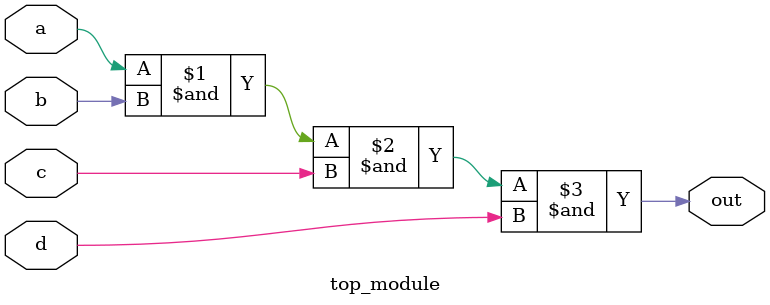
<source format=sv>
module top_module (
    input wire a, 
    input wire b,
    input wire c,
    input wire d,
    output wire out
);

    assign out = (a & b & c & d);

endmodule

</source>
